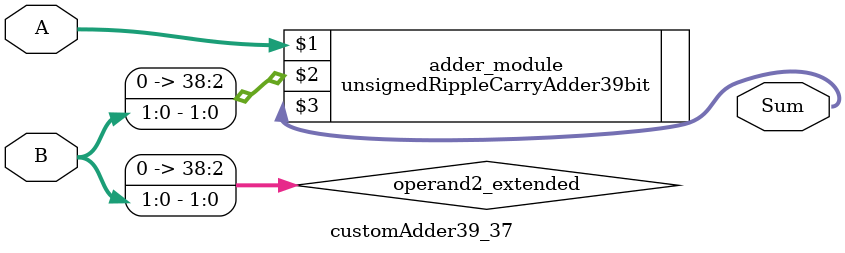
<source format=v>
module customAdder39_37(
                        input [38 : 0] A,
                        input [1 : 0] B,
                        
                        output [39 : 0] Sum
                );

        wire [38 : 0] operand2_extended;
        
        assign operand2_extended =  {37'b0, B};
        
        unsignedRippleCarryAdder39bit adder_module(
            A,
            operand2_extended,
            Sum
        );
        
        endmodule
        
</source>
